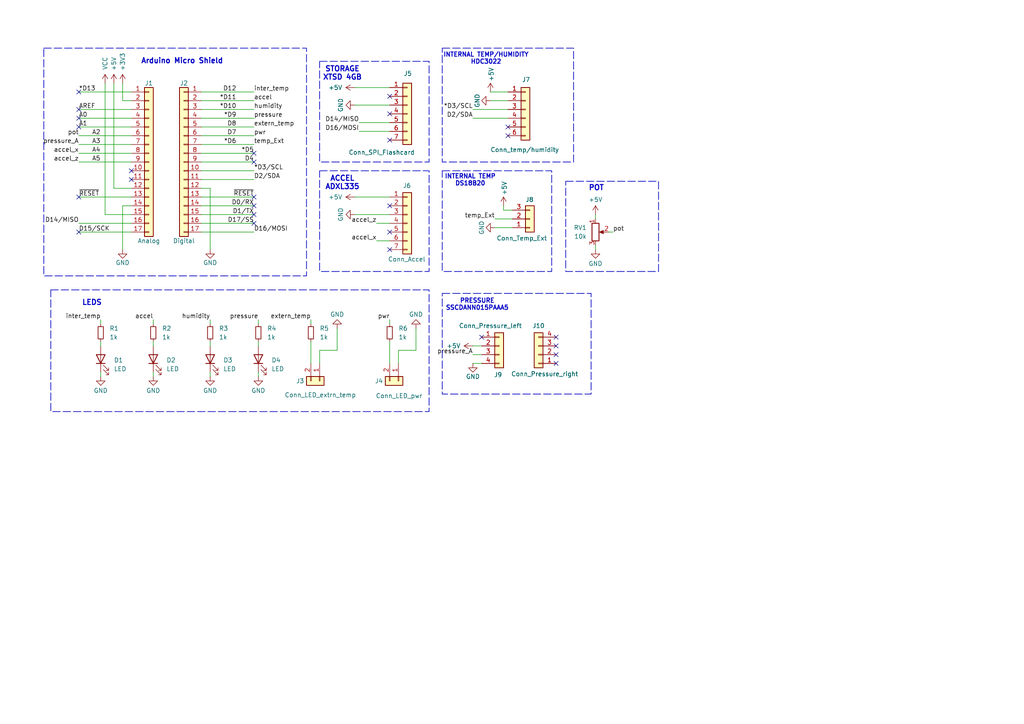
<source format=kicad_sch>
(kicad_sch (version 20231120) (generator "eeschema") (generator_version "8.0")
  (paper "A4")
  (title_block (title "Space Baloon") (date "2025-03-11") (rev "1") (company "Winston Har"))
  (lib_symbols
    (symbol "Connector_Generic:Conn_01x02" (pin_names (offset 1.016) hide)
      (property "Reference" "J" (at 0 2.54 0))
      (property "Value" "Conn_01x02" (at 0 -5.08 0))
      (symbol "Conn_01x02_1_1"
        (rectangle (start -1.27 -2.413) (end 0 -2.667) (stroke (width 0.1524)))
        (rectangle (start -1.27 0.127) (end 0 -0.127) (stroke (width 0.1524)))
        (rectangle (start -1.27 1.27) (end 1.27 -3.81) (stroke (width 0.254)) (fill (type background)))
        (pin passive line (at -5.08 0 0) (length 3.81) (name "Pin_1") (number "1"))
        (pin passive line (at -5.08 -2.54 0) (length 3.81) (name "Pin_2") (number "2"))
      )
    )
    (symbol "Connector_Generic:Conn_01x03" (pin_names (offset 1.016) hide)
      (property "Reference" "J" (at 0 5.08 0))
      (property "Value" "Conn_01x03" (at 0 -5.08 0))
      (symbol "Conn_01x03_1_1"
        (rectangle (start -1.27 -2.413) (end 0 -2.667) (stroke (width 0.1524)))
        (rectangle (start -1.27 0.127) (end 0 -0.127) (stroke (width 0.1524)))
        (rectangle (start -1.27 2.667) (end 0 2.413) (stroke (width 0.1524)))
        (rectangle (start -1.27 3.81) (end 1.27 -3.81) (stroke (width 0.254)) (fill (type background)))
        (pin passive line (at -5.08 2.54 0) (length 3.81) (name "Pin_1") (number "1"))
        (pin passive line (at -5.08 0 0) (length 3.81) (name "Pin_2") (number "2"))
        (pin passive line (at -5.08 -2.54 0) (length 3.81) (name "Pin_3") (number "3"))
      )
    )
    (symbol "Connector_Generic:Conn_01x04" (pin_names (offset 1.016) hide)
      (property "Reference" "J" (at 0 5.08 0))
      (property "Value" "Conn_01x04" (at 0 -7.62 0))
      (symbol "Conn_01x04_1_1"
        (rectangle (start -1.27 -4.953) (end 0 -5.207) (stroke (width 0.1524)))
        (rectangle (start -1.27 -2.413) (end 0 -2.667) (stroke (width 0.1524)))
        (rectangle (start -1.27 0.127) (end 0 -0.127) (stroke (width 0.1524)))
        (rectangle (start -1.27 2.667) (end 0 2.413) (stroke (width 0.1524)))
        (rectangle (start -1.27 3.81) (end 1.27 -6.35) (stroke (width 0.254)) (fill (type background)))
        (pin passive line (at -5.08 2.54 0) (length 3.81) (name "Pin_1") (number "1"))
        (pin passive line (at -5.08 0 0) (length 3.81) (name "Pin_2") (number "2"))
        (pin passive line (at -5.08 -2.54 0) (length 3.81) (name "Pin_3") (number "3"))
        (pin passive line (at -5.08 -5.08 0) (length 3.81) (name "Pin_4") (number "4"))
      )
    )
    (symbol "Connector_Generic:Conn_01x06" (pin_names (offset 1.016) hide)
      (property "Reference" "J" (at 0 7.62 0))
      (property "Value" "Conn_01x06" (at 0 -10.16 0))
      (symbol "Conn_01x06_1_1"
        (rectangle (start -1.27 -7.493) (end 0 -7.747) (stroke (width 0.1524)))
        (rectangle (start -1.27 -4.953) (end 0 -5.207) (stroke (width 0.1524)))
        (rectangle (start -1.27 -2.413) (end 0 -2.667) (stroke (width 0.1524)))
        (rectangle (start -1.27 0.127) (end 0 -0.127) (stroke (width 0.1524)))
        (rectangle (start -1.27 2.667) (end 0 2.413) (stroke (width 0.1524)))
        (rectangle (start -1.27 5.207) (end 0 4.953) (stroke (width 0.1524)))
        (rectangle (start -1.27 6.35) (end 1.27 -8.89) (stroke (width 0.254)) (fill (type background)))
        (pin passive line (at -5.08 5.08 0) (length 3.81) (name "Pin_1") (number "1"))
        (pin passive line (at -5.08 2.54 0) (length 3.81) (name "Pin_2") (number "2"))
        (pin passive line (at -5.08 0 0) (length 3.81) (name "Pin_3") (number "3"))
        (pin passive line (at -5.08 -2.54 0) (length 3.81) (name "Pin_4") (number "4"))
        (pin passive line (at -5.08 -5.08 0) (length 3.81) (name "Pin_5") (number "5"))
        (pin passive line (at -5.08 -7.62 0) (length 3.81) (name "Pin_6") (number "6"))
      )
    )
    (symbol "Connector_Generic:Conn_01x07" (pin_names (offset 1.016) hide)
      (property "Reference" "J" (at 0 10.16 0))
      (property "Value" "Conn_01x07" (at 0 -10.16 0))
      (symbol "Conn_01x07_1_1"
        (rectangle (start -1.27 -7.493) (end 0 -7.747) (stroke (width 0.1524)))
        (rectangle (start -1.27 -4.953) (end 0 -5.207) (stroke (width 0.1524)))
        (rectangle (start -1.27 -2.413) (end 0 -2.667) (stroke (width 0.1524)))
        (rectangle (start -1.27 0.127) (end 0 -0.127) (stroke (width 0.1524)))
        (rectangle (start -1.27 2.667) (end 0 2.413) (stroke (width 0.1524)))
        (rectangle (start -1.27 5.207) (end 0 4.953) (stroke (width 0.1524)))
        (rectangle (start -1.27 7.747) (end 0 7.493) (stroke (width 0.1524)))
        (rectangle (start -1.27 8.89) (end 1.27 -8.89) (stroke (width 0.254)) (fill (type background)))
        (pin passive line (at -5.08 7.62 0) (length 3.81) (name "Pin_1") (number "1"))
        (pin passive line (at -5.08 5.08 0) (length 3.81) (name "Pin_2") (number "2"))
        (pin passive line (at -5.08 2.54 0) (length 3.81) (name "Pin_3") (number "3"))
        (pin passive line (at -5.08 0 0) (length 3.81) (name "Pin_4") (number "4"))
        (pin passive line (at -5.08 -2.54 0) (length 3.81) (name "Pin_5") (number "5"))
        (pin passive line (at -5.08 -5.08 0) (length 3.81) (name "Pin_6") (number "6"))
        (pin passive line (at -5.08 -7.62 0) (length 3.81) (name "Pin_7") (number "7"))
      )
    )
    (symbol "Connector_Generic:Conn_01x17" (pin_names (offset 1.016) hide)
      (property "Reference" "J" (at 0 22.86 0))
      (property "Value" "Conn_01x17" (at 0 -22.86 0))
      (symbol "Conn_01x17_1_1"
        (rectangle (start -1.27 -20.193) (end 0 -20.447) (stroke (width 0.1524)))
        (rectangle (start -1.27 -17.653) (end 0 -17.907) (stroke (width 0.1524)))
        (rectangle (start -1.27 -15.113) (end 0 -15.367) (stroke (width 0.1524)))
        (rectangle (start -1.27 -12.573) (end 0 -12.827) (stroke (width 0.1524)))
        (rectangle (start -1.27 -10.033) (end 0 -10.287) (stroke (width 0.1524)))
        (rectangle (start -1.27 -7.493) (end 0 -7.747) (stroke (width 0.1524)))
        (rectangle (start -1.27 -4.953) (end 0 -5.207) (stroke (width 0.1524)))
        (rectangle (start -1.27 -2.413) (end 0 -2.667) (stroke (width 0.1524)))
        (rectangle (start -1.27 0.127) (end 0 -0.127) (stroke (width 0.1524)))
        (rectangle (start -1.27 2.667) (end 0 2.413) (stroke (width 0.1524)))
        (rectangle (start -1.27 5.207) (end 0 4.953) (stroke (width 0.1524)))
        (rectangle (start -1.27 7.747) (end 0 7.493) (stroke (width 0.1524)))
        (rectangle (start -1.27 10.287) (end 0 10.033) (stroke (width 0.1524)))
        (rectangle (start -1.27 12.827) (end 0 12.573) (stroke (width 0.1524)))
        (rectangle (start -1.27 15.367) (end 0 15.113) (stroke (width 0.1524)))
        (rectangle (start -1.27 17.907) (end 0 17.653) (stroke (width 0.1524)))
        (rectangle (start -1.27 20.447) (end 0 20.193) (stroke (width 0.1524)))
        (rectangle (start -1.27 21.59) (end 1.27 -21.59) (stroke (width 0.254)) (fill (type background)))
        (pin passive line (at -5.08 20.32 0) (length 3.81) (name "Pin_1") (number "1"))
        (pin passive line (at -5.08 -2.54 0) (length 3.81) (name "Pin_10") (number "10"))
        (pin passive line (at -5.08 -5.08 0) (length 3.81) (name "Pin_11") (number "11"))
        (pin passive line (at -5.08 -7.62 0) (length 3.81) (name "Pin_12") (number "12"))
        (pin passive line (at -5.08 -10.16 0) (length 3.81) (name "Pin_13") (number "13"))
        (pin passive line (at -5.08 -12.7 0) (length 3.81) (name "Pin_14") (number "14"))
        (pin passive line (at -5.08 -15.24 0) (length 3.81) (name "Pin_15") (number "15"))
        (pin passive line (at -5.08 -17.78 0) (length 3.81) (name "Pin_16") (number "16"))
        (pin passive line (at -5.08 -20.32 0) (length 3.81) (name "Pin_17") (number "17"))
        (pin passive line (at -5.08 17.78 0) (length 3.81) (name "Pin_2") (number "2"))
        (pin passive line (at -5.08 15.24 0) (length 3.81) (name "Pin_3") (number "3"))
        (pin passive line (at -5.08 12.7 0) (length 3.81) (name "Pin_4") (number "4"))
        (pin passive line (at -5.08 10.16 0) (length 3.81) (name "Pin_5") (number "5"))
        (pin passive line (at -5.08 7.62 0) (length 3.81) (name "Pin_6") (number "6"))
        (pin passive line (at -5.08 5.08 0) (length 3.81) (name "Pin_7") (number "7"))
        (pin passive line (at -5.08 2.54 0) (length 3.81) (name "Pin_8") (number "8"))
        (pin passive line (at -5.08 0 0) (length 3.81) (name "Pin_9") (number "9"))
      )
    )
    (symbol "Device:LED" (pin_numbers hide) (pin_names (offset 1.016) hide)
      (property "Reference" "D" (at 0 2.54 0))
      (property "Value" "LED" (at 0 -2.54 0))
      (symbol "LED_0_1"
        (polyline (pts (xy -1.27 -1.27) (xy -1.27 1.27)) (stroke (width 0.254)))
        (polyline (pts (xy -1.27 0) (xy 1.27 0)))
        (polyline (pts (xy 1.27 -1.27) (xy 1.27 1.27) (xy -1.27 0) (xy 1.27 -1.27)) (stroke (width 0.254)))
        (polyline (pts (xy -3.048 -0.762) (xy -4.572 -2.286) (xy -3.81 -2.286) (xy -4.572 -2.286) (xy -4.572 -1.524)))
        (polyline (pts (xy -1.778 -0.762) (xy -3.302 -2.286) (xy -2.54 -2.286) (xy -3.302 -2.286) (xy -3.302 -1.524)))
      )
      (symbol "LED_1_1"
        (pin passive line (at -3.81 0 0) (length 2.54) (name "K") (number "1"))
        (pin passive line (at 3.81 0 180) (length 2.54) (name "A") (number "2"))
      )
    )
    (symbol "Device:R_Potentiometer" (pin_names (offset 1.016) hide)
      (property "Reference" "RV" (at -4.445 0 90))
      (property "Value" "R_Potentiometer" (at -2.54 0 90))
      (symbol "R_Potentiometer_0_1"
        (polyline (pts (xy 2.54 0) (xy 1.524 0)))
        (polyline (pts (xy 1.143 0) (xy 2.286 0.508) (xy 2.286 -0.508) (xy 1.143 0)) (fill (type outline)))
        (rectangle (start 1.016 2.54) (end -1.016 -2.54) (stroke (width 0.254)))
      )
      (symbol "R_Potentiometer_1_1"
        (pin passive line (at 0 3.81 270) (length 1.27) (name "1") (number "1"))
        (pin passive line (at 3.81 0 180) (length 1.27) (name "2") (number "2"))
        (pin passive line (at 0 -3.81 90) (length 1.27) (name "3") (number "3"))
      )
    )
    (symbol "Device:R_Small" (pin_numbers hide) (pin_names (offset 0.254) hide)
      (property "Reference" "R" (at 0.762 0.508 0))
      (property "Value" "R_Small" (at 0.762 -1.016 0))
      (symbol "R_Small_0_1"
        (rectangle (start -0.762 1.778) (end 0.762 -1.778) (stroke (width 0.2032)))
      )
      (symbol "R_Small_1_1"
        (pin passive line (at 0 2.54 270) (length 0.762) (name "~") (number "1"))
        (pin passive line (at 0 -2.54 90) (length 0.762) (name "~") (number "2"))
      )
    )
    (symbol "power:+3.3V" (power) (pin_names (offset 0))
      (property "Value" "+3.3V" (at 0 3.556 0))
      (symbol "+3.3V_0_1"
        (polyline (pts (xy -0.762 1.27) (xy 0 2.54)))
        (polyline (pts (xy 0 0) (xy 0 2.54)))
        (polyline (pts (xy 0 2.54) (xy 0.762 1.27)))
      )
      (symbol "+3.3V_1_1"
        (pin power_in line (at 0 0 90) (length 0) hide (name "+3V3") (number "1"))
      )
    )
    (symbol "power:+5V" (power) (pin_names (offset 0))
      (property "Value" "+5V" (at 0 3.556 0))
      (symbol "+5V_0_1"
        (polyline (pts (xy -0.762 1.27) (xy 0 2.54)))
        (polyline (pts (xy 0 0) (xy 0 2.54)))
        (polyline (pts (xy 0 2.54) (xy 0.762 1.27)))
      )
      (symbol "+5V_1_1"
        (pin power_in line (at 0 0 90) (length 0) hide (name "+5V") (number "1"))
      )
    )
    (symbol "power:GND" (power) (pin_names (offset 0))
      (property "Value" "GND" (at 0 -3.81 0))
      (symbol "GND_0_1"
        (polyline (pts (xy 0 0) (xy 0 -1.27) (xy 1.27 -1.27) (xy 0 -2.54) (xy -1.27 -1.27) (xy 0 -1.27)))
      )
      (symbol "GND_1_1"
        (pin power_in line (at 0 0 270) (length 0) hide (name "GND") (number "1"))
      )
    )
    (symbol "power:VCC" (power) (pin_names (offset 0))
      (property "Value" "VCC" (at 0 3.81 0))
      (symbol "VCC_0_1"
        (polyline (pts (xy -0.762 1.27) (xy 0 2.54)))
        (polyline (pts (xy 0 0) (xy 0 2.54)))
        (polyline (pts (xy 0 2.54) (xy 0.762 1.27)))
      )
      (symbol "VCC_1_1"
        (pin power_in line (at 0 0 90) (length 0) hide (name "VCC") (number "1"))
      )
    )
  )
  (no_connect (at 147.32 36.83))
  (no_connect (at 22.86 67.31))
  (no_connect (at 161.29 97.79))
  (no_connect (at 22.86 31.75))
  (no_connect (at 113.03 72.39))
  (no_connect (at 73.66 46.99))
  (no_connect (at 147.32 39.37))
  (no_connect (at 113.03 33.02))
  (no_connect (at 73.66 64.77))
  (no_connect (at 38.1 49.53))
  (no_connect (at 161.29 102.87))
  (no_connect (at 38.1 52.07))
  (no_connect (at 161.29 105.41))
  (no_connect (at 22.86 36.83))
  (no_connect (at 161.29 100.33))
  (no_connect (at 139.7 97.79))
  (no_connect (at 73.66 62.23))
  (no_connect (at 22.86 57.15))
  (no_connect (at 73.66 44.45))
  (no_connect (at 113.03 40.64))
  (no_connect (at 113.03 59.69))
  (no_connect (at 22.86 26.67))
  (no_connect (at 113.03 67.31))
  (no_connect (at 113.03 27.94))
  (no_connect (at 73.66 57.15))
  (no_connect (at 22.86 34.29))
  (no_connect (at 73.66 59.69))
  (wire (pts (xy 58.42 59.69) (xy 73.66 59.69)))
  (wire (pts (xy 137.16 102.87) (xy 139.7 102.87)))
  (wire (pts (xy 44.45 92.71) (xy 44.45 93.98)))
  (wire (pts (xy 97.79 101.6) (xy 97.79 95.25)))
  (wire (pts (xy 29.21 92.71) (xy 29.21 93.98)))
  (wire (pts (xy 38.1 29.21) (xy 35.56 29.21)))
  (wire (pts (xy 148.59 66.04) (xy 143.51 66.04)))
  (wire (pts (xy 33.02 24.13) (xy 33.02 54.61)))
  (wire (pts (xy 38.1 54.61) (xy 33.02 54.61)))
  (wire (pts (xy 137.16 31.75) (xy 147.32 31.75)))
  (wire (pts (xy 60.96 99.06) (xy 60.96 100.33)))
  (wire (pts (xy 148.59 60.96) (xy 146.05 60.96)))
  (wire (pts (xy 29.21 107.95) (xy 29.21 109.22)))
  (wire (pts (xy 58.42 31.75) (xy 73.66 31.75)))
  (wire (pts (xy 172.72 62.23) (xy 172.72 63.5)))
  (wire (pts (xy 104.14 38.1) (xy 113.03 38.1)))
  (wire (pts (xy 74.93 107.95) (xy 74.93 109.22)))
  (wire (pts (xy 58.42 64.77) (xy 73.66 64.77)))
  (wire (pts (xy 22.86 39.37) (xy 38.1 39.37)))
  (wire (pts (xy 58.42 36.83) (xy 73.66 36.83)))
  (wire (pts (xy 60.96 107.95) (xy 60.96 109.22)))
  (wire (pts (xy 139.7 100.33) (xy 137.16 100.33)))
  (wire (pts (xy 58.42 39.37) (xy 73.66 39.37)))
  (wire (pts (xy 74.93 99.06) (xy 74.93 100.33)))
  (wire (pts (xy 97.79 101.6) (xy 92.71 101.6)))
  (wire (pts (xy 58.42 52.07) (xy 73.66 52.07)))
  (wire (pts (xy 109.22 69.85) (xy 113.03 69.85)))
  (wire (pts (xy 120.65 101.6) (xy 120.65 95.25)))
  (wire (pts (xy 102.87 30.48) (xy 113.03 30.48)))
  (wire (pts (xy 143.51 63.5) (xy 148.59 63.5)))
  (wire (pts (xy 102.87 57.15) (xy 113.03 57.15)))
  (wire (pts (xy 113.03 92.71) (xy 113.03 93.98)))
  (wire (pts (xy 92.71 101.6) (xy 92.71 105.41)))
  (wire (pts (xy 176.53 67.31) (xy 177.8 67.31)))
  (wire (pts (xy 22.86 31.75) (xy 38.1 31.75)))
  (wire (pts (xy 58.42 44.45) (xy 73.66 44.45)))
  (wire (pts (xy 35.56 24.13) (xy 35.56 29.21)))
  (wire (pts (xy 58.42 54.61) (xy 60.96 54.61)))
  (wire (pts (xy 146.05 59.69) (xy 146.05 60.96)))
  (wire (pts (xy 58.42 26.67) (xy 73.66 26.67)))
  (wire (pts (xy 30.48 24.13) (xy 30.48 62.23)))
  (wire (pts (xy 38.1 62.23) (xy 30.48 62.23)))
  (wire (pts (xy 142.24 26.67) (xy 147.32 26.67)))
  (wire (pts (xy 22.86 57.15) (xy 38.1 57.15)))
  (wire (pts (xy 113.03 99.06) (xy 113.03 105.41)))
  (wire (pts (xy 58.42 41.91) (xy 73.66 41.91)))
  (wire (pts (xy 58.42 46.99) (xy 73.66 46.99)))
  (wire (pts (xy 22.86 34.29) (xy 38.1 34.29)))
  (wire (pts (xy 44.45 99.06) (xy 44.45 100.33)))
  (wire (pts (xy 109.22 64.77) (xy 113.03 64.77)))
  (wire (pts (xy 102.87 62.23) (xy 113.03 62.23)))
  (wire (pts (xy 142.24 29.21) (xy 147.32 29.21)))
  (wire (pts (xy 172.72 72.39) (xy 172.72 71.12)))
  (wire (pts (xy 22.86 64.77) (xy 38.1 64.77)))
  (wire (pts (xy 22.86 26.67) (xy 38.1 26.67)))
  (wire (pts (xy 22.86 44.45) (xy 38.1 44.45)))
  (wire (pts (xy 58.42 49.53) (xy 73.66 49.53)))
  (wire (pts (xy 22.86 36.83) (xy 38.1 36.83)))
  (wire (pts (xy 22.86 46.99) (xy 38.1 46.99)))
  (wire (pts (xy 58.42 34.29) (xy 73.66 34.29)))
  (wire (pts (xy 58.42 67.31) (xy 73.66 67.31)))
  (wire (pts (xy 58.42 57.15) (xy 73.66 57.15)))
  (wire (pts (xy 60.96 54.61) (xy 60.96 72.39)))
  (wire (pts (xy 115.57 101.6) (xy 115.57 105.41)))
  (wire (pts (xy 22.86 67.31) (xy 38.1 67.31)))
  (wire (pts (xy 90.17 92.71) (xy 90.17 93.98)))
  (wire (pts (xy 58.42 62.23) (xy 73.66 62.23)))
  (wire (pts (xy 90.17 99.06) (xy 90.17 105.41)))
  (wire (pts (xy 60.96 92.71) (xy 60.96 93.98)))
  (wire (pts (xy 44.45 107.95) (xy 44.45 109.22)))
  (wire (pts (xy 104.14 35.56) (xy 113.03 35.56)))
  (wire (pts (xy 35.56 59.69) (xy 35.56 72.39)))
  (wire (pts (xy 38.1 59.69) (xy 35.56 59.69)))
  (wire (pts (xy 137.16 34.29) (xy 147.32 34.29)))
  (wire (pts (xy 29.21 99.06) (xy 29.21 100.33)))
  (wire (pts (xy 22.86 41.91) (xy 38.1 41.91)))
  (wire (pts (xy 102.87 25.4) (xy 113.03 25.4)))
  (wire (pts (xy 120.65 101.6) (xy 115.57 101.6)))
  (wire (pts (xy 74.93 92.71) (xy 74.93 93.98)))
  (wire (pts (xy 58.42 29.21) (xy 73.66 29.21)))
  (wire (pts (xy 137.16 105.41) (xy 139.7 105.41)))
  (rectangle (start 128.27 13.97) (end 166.37 46.99) (stroke (width 0.2) (type dash)))
  (rectangle (start 128.27 85.09) (end 171.45 114.3) (stroke (width 0.2) (type dash)))
  (rectangle (start 12.7 13.97) (end 88.9 80.01) (stroke (width 0.2) (type dash)))
  (rectangle (start 14.732 84.074) (end 124.46 119.38) (stroke (width 0.2) (type dash)))
  (rectangle (start 92.71 17.78) (end 124.46 46.99) (stroke (width 0.2) (type dash)))
  (rectangle (start 92.71 49.53) (end 124.46 78.74) (stroke (width 0.2) (type dash)))
  (rectangle (start 128.27 49.53) (end 160.02 78.74) (stroke (width 0.2) (type dash)))
  (rectangle (start 164.084 52.578) (end 191.008 78.74) (stroke (width 0.2) (type dash)))
  (text "ACCEL\nADXL335" (at 99.314 53.086 0) (effects (font (size 1.5 1.5) (thickness 0.3) (bold yes))))
  (text "POT" (at 172.974 54.61 0) (effects (font (size 1.5 1.5) (thickness 0.3) (bold yes))))
  (text "Arduino Micro Shield" (at 52.832 17.78 0) (effects (font (size 1.5 1.5) (thickness 0.3) (bold yes))))
  (text "LEDS" (at 26.67 87.884 0) (effects (font (size 1.5 1.5) (thickness 0.3) (bold yes))))
  (text "INTERNAL TEMP/HUMIDITY\nHDC3022" (at 140.97 17.018 0) (effects (font (size 1.27 1.27) (thickness 0.254) (bold yes))))
  (text "STORAGE\nXTSD 4GB" (at 99.314 21.336 0) (effects (font (size 1.5 1.5) (thickness 0.3) (bold yes))))
  (text "INTERNAL TEMP\nDS18B20" (at 136.398 52.324 0) (effects (font (size 1.27 1.27) (thickness 0.254) (bold yes))))
  (text "PRESSURE\nSSCDANN015PAAA5" (at 138.43 88.392 0) (effects (font (size 1.27 1.27) (thickness 0.254) (bold yes))))
  (label "humidity" (at 60.96 92.71 180))
  (label "D4" (at 73.66 46.99 180))
  (label "*D10" (at 68.58 31.75 180))
  (label "pressure_A" (at 137.16 102.87 180))
  (label "pot" (at 22.86 39.37 180))
  (label "D2{slash}SDA" (at 137.16 34.29 180))
  (label "D14{slash}MISO" (at 104.14 35.56 180))
  (label "accel" (at 73.66 29.21 0))
  (label "accel_z" (at 22.86 46.99 180))
  (label "D15{slash}SCK" (at 22.86 67.31 0))
  (label "*D13" (at 22.86 26.67 0))
  (label "D16{slash}MOSI" (at 73.66 67.31 0))
  (label "D17{slash}SS" (at 73.66 64.77 180))
  (label "inter_temp" (at 29.21 92.71 180))
  (label "D8" (at 68.58 36.83 180))
  (label "temp_Ext" (at 73.66 41.91 0))
  (label "D16{slash}MOSI" (at 104.14 38.1 180))
  (label "accel_x" (at 22.86 44.45 180))
  (label "*D9" (at 68.58 34.29 180))
  (label "accel_z" (at 109.22 64.77 180))
  (label "pwr" (at 73.66 39.37 0))
  (label "A1" (at 22.86 36.83 0))
  (label "D14{slash}MISO" (at 22.86 64.77 180))
  (label "A2" (at 26.67 39.37 0))
  (label "*D11" (at 68.58 29.21 180))
  (label "*D5" (at 73.66 44.45 180))
  (label "pwr" (at 113.03 92.71 180))
  (label "D7" (at 68.58 39.37 180))
  (label "A3" (at 26.67 41.91 0))
  (label "~{RESET}" (at 73.66 57.15 180))
  (label "A0" (at 22.86 34.29 0))
  (label "pressure" (at 73.66 34.29 0))
  (label "pot" (at 177.8 67.31 0))
  (label "temp_Ext" (at 143.51 63.5 180))
  (label "pressure_A" (at 22.86 41.91 180))
  (label "D12" (at 68.58 26.67 180))
  (label "*D3{slash}SCL" (at 73.66 49.53 0))
  (label "*D3{slash}SCL" (at 137.16 31.75 180))
  (label "A4" (at 26.67 44.45 0))
  (label "D2{slash}SDA" (at 73.66 52.07 0))
  (label "extern_temp" (at 73.66 36.83 0))
  (label "D1{slash}TX" (at 73.66 62.23 180))
  (label "D0{slash}RX" (at 73.66 59.69 180))
  (label "inter_temp" (at 73.66 26.67 0))
  (label "accel_x" (at 109.22 69.85 180))
  (label "*D6" (at 68.58 41.91 180))
  (label "pressure" (at 74.93 92.71 180))
  (label "AREF" (at 22.86 31.75 0))
  (label "~{RESET}" (at 22.86 57.15 0))
  (label "extern_temp" (at 90.17 92.71 180))
  (label "A5" (at 26.67 46.99 0))
  (label "accel" (at 44.45 92.71 180))
  (label "humidity" (at 73.66 31.75 0))
  (symbol (lib_id "Connector_Generic:Conn_01x17") (at 43.18 46.99 0) (unit 1)
    (property "Reference" "J1" (at 43.18 24.13 0))
    (property "Value" "Analog" (at 43.18 69.85 0))
    (property "Footprint" "Connector_PinHeader_2.54mm:PinHeader_1x17_P2.54mm_Vertical" (effects (hide yes)))
  )
  (symbol (lib_id "Connector_Generic:Conn_01x17") (at 53.34 46.99 0) (mirror y) (unit 1)
    (property "Reference" "J2" (at 53.34 24.13 0))
    (property "Value" "Digital" (at 53.34 69.85 0))
    (property "Footprint" "Connector_PinHeader_2.54mm:PinHeader_1x17_P2.54mm_Vertical" (effects (hide yes)))
  )
  (symbol (lib_id "power:GND") (at 142.24 29.21 270) (unit 1)
    (property "Reference" "#PWR012" (effects (hide yes)))
    (property "Value" "GND" (at 138.43 29.21 0))
  )
  (symbol (lib_id "Connector_Generic:Conn_01x07") (at 118.11 64.77 0) (unit 1)
    (property "Reference" "J6" (at 116.84 53.848 0) (effects (justify left)))
    (property "Value" "Conn_Accel" (at 112.522 75.184 0) (effects (justify left)))
    (property "Footprint" "Connector_PinSocket_2.54mm:PinSocket_1x07_P2.54mm_Vertical" (effects (hide yes)))
    (property "Description" "Generic connector, single row, 01x07, script generated (kicad-library-utils/schlib/autogen/connector/)" (effects (hide yes)))
  )
  (symbol (lib_id "Device:LED") (at 74.93 104.14 90) (unit 1)
    (property "Reference" "D4" (at 78.74 104.4574 90) (effects (justify right)))
    (property "Value" "LED" (at 78.74 106.9974 90) (effects (justify right)))
    (property "Footprint" "LED_THT:LED_D5.0mm" (effects (hide yes)))
    (property "Description" "Light emitting diode" (effects (hide yes)))
  )
  (symbol (lib_id "Connector_Generic:Conn_01x06") (at 152.4 31.75 0) (unit 1)
    (property "Reference" "J7" (at 151.384 23.114 0) (effects (justify left)))
    (property "Value" "Conn_temp/humidity" (at 142.24 43.434 0) (effects (justify left)))
    (property "Footprint" "Connector_PinSocket_2.54mm:PinSocket_1x06_P2.54mm_Vertical" (effects (hide yes)))
    (property "Description" "Generic connector, single row, 01x06, script generated (kicad-library-utils/schlib/autogen/connector/)" (effects (hide yes)))
  )
  (symbol (lib_id "Connector_Generic:Conn_01x04") (at 156.21 102.87 180) (unit 1)
    (property "Reference" "J10" (at 156.21 94.488 0))
    (property "Value" "Conn_Pressure_right" (at 157.988 108.458 0))
    (property "Footprint" "Connector_PinSocket_2.54mm:PinSocket_1x04_P2.54mm_Vertical" (effects (hide yes)))
    (property "Description" "Generic connector, single row, 01x04, script generated (kicad-library-utils/schlib/autogen/connector/)" (effects (hide yes)))
  )
  (symbol (lib_id "Device:R_Potentiometer") (at 172.72 67.31 0) (unit 1)
    (property "Reference" "RV1" (at 170.18 66.0399 0) (effects (justify right)))
    (property "Value" "10k" (at 170.18 68.5799 0) (effects (justify right)))
    (property "Footprint" "Potentiometer_THT:Potentiometer_Bourns_3386P_Vertical" (effects (hide yes)))
    (property "Description" "Potentiometer" (effects (hide yes)))
  )
  (symbol (lib_id "power:GND") (at 29.21 109.22 0) (unit 1)
    (property "Reference" "#PWR01" (effects (hide yes)))
    (property "Value" "GND" (at 29.21 113.284 0))
  )
  (symbol (lib_id "Connector_Generic:Conn_01x02") (at 115.57 110.49 270) (unit 1)
    (property "Reference" "J4" (at 108.712 110.49 90) (effects (justify left)))
    (property "Value" "Conn_LED_pwr" (at 108.966 114.808 90) (effects (justify left)))
    (property "Footprint" "Connector_PinSocket_2.54mm:PinSocket_1x02_P2.54mm_Vertical" (effects (hide yes)))
    (property "Description" "Generic connector, single row, 01x02, script generated (kicad-library-utils/schlib/autogen/connector/)" (effects (hide yes)))
  )
  (symbol (lib_id "Device:LED") (at 44.45 104.14 90) (unit 1)
    (property "Reference" "D2" (at 48.26 104.4574 90) (effects (justify right)))
    (property "Value" "LED" (at 48.26 106.9974 90) (effects (justify right)))
    (property "Footprint" "LED_THT:LED_D5.0mm" (effects (hide yes)))
    (property "Description" "Light emitting diode" (effects (hide yes)))
  )
  (symbol (lib_id "power:GND") (at 97.79 95.25 180) (unit 1)
    (property "Reference" "#PWR05" (effects (hide yes)))
    (property "Value" "GND" (at 97.79 91.186 0))
  )
  (symbol (lib_id "power:+5V") (at 137.16 100.33 90) (unit 1)
    (property "Reference" "#PWR015" (effects (hide yes)))
    (property "Value" "+5V" (at 133.604 100.33 90) (effects (justify left)))
  )
  (symbol (lib_id "power:GND") (at 74.93 109.22 0) (unit 1)
    (property "Reference" "#PWR04" (effects (hide yes)))
    (property "Value" "GND" (at 74.93 113.284 0))
  )
  (symbol (lib_id "Device:R_Small") (at 29.21 96.52 0) (unit 1)
    (property "Reference" "R1" (at 31.75 95.2499 0) (effects (justify left)))
    (property "Value" "1k" (at 31.75 97.7899 0) (effects (justify left)))
    (property "Footprint" "Resistor_THT:R_Axial_DIN0204_L3.6mm_D1.6mm_P7.62mm_Horizontal" (effects (hide yes)))
    (property "Description" "Resistor, small symbol" (effects (hide yes)))
  )
  (symbol (lib_id "power:GND") (at 102.87 30.48 270) (unit 1)
    (property "Reference" "#PWR08" (effects (hide yes)))
    (property "Value" "GND" (at 98.806 30.48 0))
  )
  (symbol (lib_id "power:+5V") (at 33.02 24.13 0) (unit 1)
    (property "Reference" "#PWR0103" (effects (hide yes)))
    (property "Value" "+5V" (at 33.02 20.574 90) (effects (justify left)))
  )
  (symbol (lib_id "power:+3.3V") (at 35.56 24.13 0) (unit 1)
    (property "Reference" "#PWR0102" (effects (hide yes)))
    (property "Value" "+3V3" (at 35.56 20.574 90) (effects (justify left)))
  )
  (symbol (lib_id "power:VCC") (at 30.48 24.13 0) (unit 1)
    (property "Reference" "#PWR0101" (effects (hide yes)))
    (property "Value" "VCC" (at 30.48 20.32 90) (effects (justify left)))
  )
  (symbol (lib_id "power:GND") (at 44.45 109.22 0) (unit 1)
    (property "Reference" "#PWR02" (effects (hide yes)))
    (property "Value" "GND" (at 44.45 113.284 0))
  )
  (symbol (lib_id "power:+5V") (at 146.05 59.69 0) (unit 1)
    (property "Reference" "#PWR013" (effects (hide yes)))
    (property "Value" "+5V" (at 146.304 56.642 90) (effects (justify left)))
  )
  (symbol (lib_id "Device:R_Small") (at 113.03 96.52 0) (unit 1)
    (property "Reference" "R6" (at 115.57 95.2499 0) (effects (justify left)))
    (property "Value" "1k" (at 115.57 97.7899 0) (effects (justify left)))
    (property "Footprint" "Resistor_THT:R_Axial_DIN0204_L3.6mm_D1.6mm_P7.62mm_Horizontal" (effects (hide yes)))
    (property "Description" "Resistor, small symbol" (effects (hide yes)))
  )
  (symbol (lib_id "power:+5V") (at 142.24 26.67 0) (unit 1)
    (property "Reference" "#PWR011" (effects (hide yes)))
    (property "Value" "+5V" (at 142.494 23.622 90) (effects (justify left)))
  )
  (symbol (lib_id "Device:R_Small") (at 60.96 96.52 0) (unit 1)
    (property "Reference" "R3" (at 63.5 95.2499 0) (effects (justify left)))
    (property "Value" "1k" (at 63.5 97.7899 0) (effects (justify left)))
    (property "Footprint" "Resistor_THT:R_Axial_DIN0204_L3.6mm_D1.6mm_P7.62mm_Horizontal" (effects (hide yes)))
    (property "Description" "Resistor, small symbol" (effects (hide yes)))
  )
  (symbol (lib_id "Connector_Generic:Conn_01x03") (at 153.67 63.5 0) (mirror x) (unit 1)
    (property "Reference" "J8" (at 152.4 57.912 0) (effects (justify left)))
    (property "Value" "Conn_Temp_Ext" (at 144.018 69.088 0) (effects (justify left)))
    (property "Footprint" "Connector_JST:JST_XH_B3B-XH-A_1x03_P2.50mm_Vertical" (effects (hide yes)))
    (property "Description" "Generic connector, single row, 01x03, script generated (kicad-library-utils/schlib/autogen/connector/)" (effects (hide yes)))
  )
  (symbol (lib_id "Connector_Generic:Conn_01x04") (at 144.78 100.33 0) (unit 1)
    (property "Reference" "J9" (at 143.256 108.712 0) (effects (justify left)))
    (property "Value" "Conn_Pressure_left" (at 133.096 94.488 0) (effects (justify left)))
    (property "Footprint" "Connector_PinSocket_2.54mm:PinSocket_1x04_P2.54mm_Vertical" (effects (hide yes)))
    (property "Description" "Generic connector, single row, 01x04, script generated (kicad-library-utils/schlib/autogen/connector/)" (effects (hide yes)))
  )
  (symbol (lib_id "Device:LED") (at 60.96 104.14 90) (unit 1)
    (property "Reference" "D3" (at 64.77 104.4574 90) (effects (justify right)))
    (property "Value" "LED" (at 64.77 106.9974 90) (effects (justify right)))
    (property "Footprint" "LED_THT:LED_D5.0mm" (effects (hide yes)))
    (property "Description" "Light emitting diode" (effects (hide yes)))
  )
  (symbol (lib_id "power:GND") (at 60.96 109.22 0) (unit 1)
    (property "Reference" "#PWR03" (effects (hide yes)))
    (property "Value" "GND" (at 60.96 113.284 0))
  )
  (symbol (lib_id "power:GND") (at 60.96 72.39 0) (unit 1)
    (property "Reference" "#PWR0105" (effects (hide yes)))
    (property "Value" "GND" (at 60.96 76.2 0))
  )
  (symbol (lib_id "Connector_Generic:Conn_01x07") (at 118.11 33.02 0) (unit 1)
    (property "Reference" "J5" (at 117.094 21.336 0) (effects (justify left)))
    (property "Value" "Conn_SPI_Flashcard" (at 101.092 44.196 0) (effects (justify left)))
    (property "Footprint" "Connector_PinSocket_2.54mm:PinSocket_1x07_P2.54mm_Vertical" (effects (hide yes)))
    (property "Description" "Generic connector, single row, 01x07, script generated (kicad-library-utils/schlib/autogen/connector/)" (effects (hide yes)))
  )
  (symbol (lib_id "Device:LED") (at 29.21 104.14 90) (unit 1)
    (property "Reference" "D1" (at 33.02 104.4574 90) (effects (justify right)))
    (property "Value" "LED" (at 33.02 106.9974 90) (effects (justify right)))
    (property "Footprint" "LED_THT:LED_D5.0mm" (effects (hide yes)))
    (property "Description" "Light emitting diode" (effects (hide yes)))
  )
  (symbol (lib_id "power:GND") (at 102.87 62.23 270) (unit 1)
    (property "Reference" "#PWR010" (effects (hide yes)))
    (property "Value" "GND" (at 98.806 62.23 0))
  )
  (symbol (lib_id "Device:R_Small") (at 90.17 96.52 0) (unit 1)
    (property "Reference" "R5" (at 92.71 95.2499 0) (effects (justify left)))
    (property "Value" "1k" (at 92.71 97.7899 0) (effects (justify left)))
    (property "Footprint" "Resistor_THT:R_Axial_DIN0204_L3.6mm_D1.6mm_P7.62mm_Horizontal" (effects (hide yes)))
    (property "Description" "Resistor, small symbol" (effects (hide yes)))
  )
  (symbol (lib_id "power:GND") (at 143.51 66.04 270) (unit 1)
    (property "Reference" "#PWR014" (effects (hide yes)))
    (property "Value" "GND" (at 139.7 66.04 0))
  )
  (symbol (lib_id "Connector_Generic:Conn_01x02") (at 92.71 110.49 270) (unit 1)
    (property "Reference" "J3" (at 85.852 110.49 90) (effects (justify left)))
    (property "Value" "Conn_LED_extrn_temp" (at 82.55 114.554 90) (effects (justify left)))
    (property "Footprint" "Connector_PinSocket_2.54mm:PinSocket_1x02_P2.54mm_Vertical" (effects (hide yes)))
    (property "Description" "Generic connector, single row, 01x02, script generated (kicad-library-utils/schlib/autogen/connector/)" (effects (hide yes)))
  )
  (symbol (lib_id "power:+5V") (at 172.72 62.23 0) (unit 1)
    (property "Reference" "#PWR017" (effects (hide yes)))
    (property "Value" "+5V" (at 170.688 57.912 0) (effects (justify left)))
  )
  (symbol (lib_id "Device:R_Small") (at 44.45 96.52 0) (unit 1)
    (property "Reference" "R2" (at 46.99 95.2499 0) (effects (justify left)))
    (property "Value" "1k" (at 46.99 97.7899 0) (effects (justify left)))
    (property "Footprint" "Resistor_THT:R_Axial_DIN0204_L3.6mm_D1.6mm_P7.62mm_Horizontal" (effects (hide yes)))
    (property "Description" "Resistor, small symbol" (effects (hide yes)))
  )
  (symbol (lib_id "power:GND") (at 35.56 72.39 0) (unit 1)
    (property "Reference" "#PWR0104" (effects (hide yes)))
    (property "Value" "GND" (at 35.56 76.2 0))
  )
  (symbol (lib_id "Device:R_Small") (at 74.93 96.52 0) (unit 1)
    (property "Reference" "R4" (at 77.47 95.2499 0) (effects (justify left)))
    (property "Value" "1k" (at 77.47 97.7899 0) (effects (justify left)))
    (property "Footprint" "Resistor_THT:R_Axial_DIN0204_L3.6mm_D1.6mm_P7.62mm_Horizontal" (effects (hide yes)))
    (property "Description" "Resistor, small symbol" (effects (hide yes)))
  )
  (symbol (lib_id "power:+5V") (at 102.87 57.15 90) (unit 1)
    (property "Reference" "#PWR09" (effects (hide yes)))
    (property "Value" "+5V" (at 99.314 57.15 90) (effects (justify left)))
  )
  (symbol (lib_id "power:+5V") (at 102.87 25.4 90) (unit 1)
    (property "Reference" "#PWR07" (effects (hide yes)))
    (property "Value" "+5V" (at 99.314 25.4 90) (effects (justify left)))
  )
  (symbol (lib_id "power:GND") (at 172.72 72.39 0) (unit 1)
    (property "Reference" "#PWR018" (effects (hide yes)))
    (property "Value" "GND" (at 172.72 76.454 0))
  )
  (symbol (lib_id "power:GND") (at 137.16 105.41 0) (unit 1)
    (property "Reference" "#PWR016" (effects (hide yes)))
    (property "Value" "GND" (at 137.16 109.22 0))
  )
  (symbol (lib_id "power:GND") (at 120.65 95.25 180) (unit 1)
    (property "Reference" "#PWR06" (effects (hide yes)))
    (property "Value" "GND" (at 120.65 91.186 0))
  )
)
</source>
